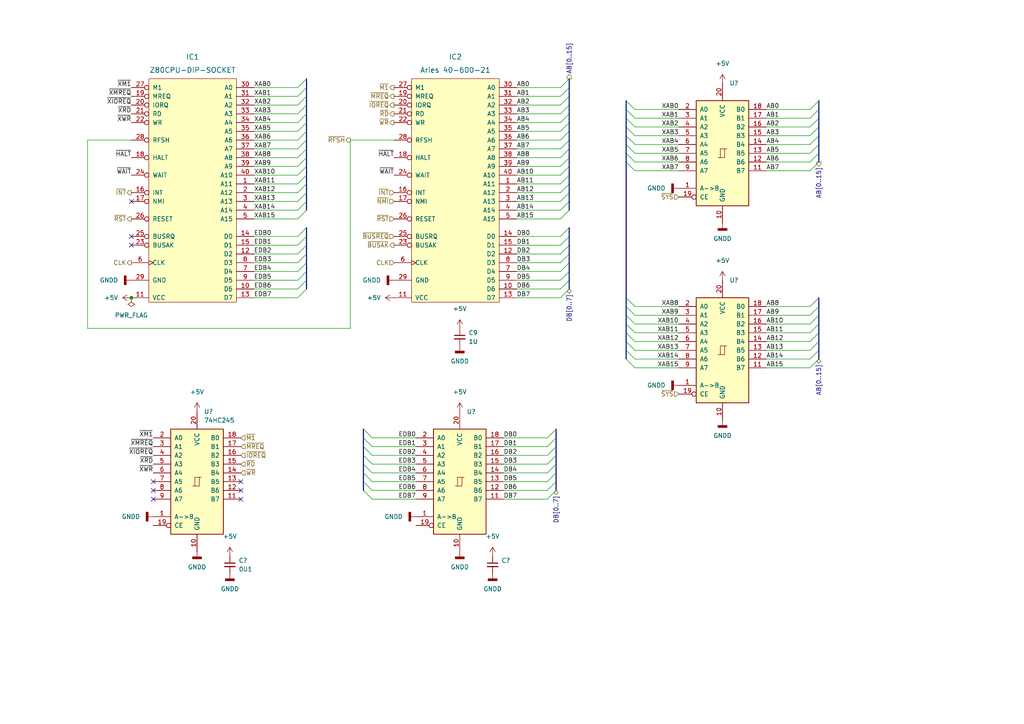
<source format=kicad_sch>
(kicad_sch (version 20211123) (generator eeschema)
  (paper "A4")
  (title_block (title "Z80 CPU INTERPOSER CPU AND PIN CONNECTOR") (date "2022-10-21") (rev "1030211022") (company "LISTOFOPTIONS"))
  (lib_symbols
    (symbol "74xx:74HC245" (pin_names (offset 1.016))
      (property "Reference" "U" (at -7.62 16.51 0))
      (property "Value" "74HC245" (at -7.62 -16.51 0))
      (symbol "74HC245_1_0"
        (polyline (pts (xy -0.635 -1.27) (xy -0.635 1.27) (xy 0.635 1.27)))
        (polyline (pts (xy -1.27 -1.27) (xy 0.635 -1.27) (xy 0.635 1.27) (xy 1.27 1.27)))
        (pin input line (at -12.7 -10.16 0) (length 5.08) (name "A->B") (number "1"))
        (pin power_in line (at 0 -20.32 90) (length 5.08) (name "GND") (number "10"))
        (pin tri_state line (at 12.7 -5.08 180) (length 5.08) (name "B7") (number "11"))
        (pin tri_state line (at 12.7 -2.54 180) (length 5.08) (name "B6") (number "12"))
        (pin tri_state line (at 12.7 0 180) (length 5.08) (name "B5") (number "13"))
        (pin tri_state line (at 12.7 2.54 180) (length 5.08) (name "B4") (number "14"))
        (pin tri_state line (at 12.7 5.08 180) (length 5.08) (name "B3") (number "15"))
        (pin tri_state line (at 12.7 7.62 180) (length 5.08) (name "B2") (number "16"))
        (pin tri_state line (at 12.7 10.16 180) (length 5.08) (name "B1") (number "17"))
        (pin tri_state line (at 12.7 12.7 180) (length 5.08) (name "B0") (number "18"))
        (pin input inverted (at -12.7 -12.7 0) (length 5.08) (name "CE") (number "19"))
        (pin tri_state line (at -12.7 12.7 0) (length 5.08) (name "A0") (number "2"))
        (pin power_in line (at 0 20.32 270) (length 5.08) (name "VCC") (number "20"))
        (pin tri_state line (at -12.7 10.16 0) (length 5.08) (name "A1") (number "3"))
        (pin tri_state line (at -12.7 7.62 0) (length 5.08) (name "A2") (number "4"))
        (pin tri_state line (at -12.7 5.08 0) (length 5.08) (name "A3") (number "5"))
        (pin tri_state line (at -12.7 2.54 0) (length 5.08) (name "A4") (number "6"))
        (pin tri_state line (at -12.7 0 0) (length 5.08) (name "A5") (number "7"))
        (pin tri_state line (at -12.7 -2.54 0) (length 5.08) (name "A6") (number "8"))
        (pin tri_state line (at -12.7 -5.08 0) (length 5.08) (name "A7") (number "9"))
      )
      (symbol "74HC245_1_1"
        (rectangle (start -7.62 15.24) (end 7.62 -15.24) (stroke (width 0.254)) (fill (type background)))
      )
    )
    (symbol "Device:C_Small" (pin_numbers hide) (pin_names (offset 0.254) hide)
      (property "Reference" "C" (at 0.254 1.778 0))
      (property "Value" "C_Small" (at 0.254 -2.032 0))
      (symbol "C_Small_0_1"
        (polyline (pts (xy -1.524 -0.508) (xy 1.524 -0.508)) (stroke (width 0.3302)))
        (polyline (pts (xy -1.524 0.508) (xy 1.524 0.508)) (stroke (width 0.3048)))
      )
      (symbol "C_Small_1_1"
        (pin passive line (at 0 2.54 270) (length 2.032) (name "~") (number "1"))
        (pin passive line (at 0 -2.54 90) (length 2.032) (name "~") (number "2"))
      )
    )
    (symbol "Zilog_Z80:Z80CPU-DIP" (pin_names (offset 1.016))
      (property "Reference" "IC" (at 0 1.27 0))
      (property "Value" "Z80CPU-DIP" (at 12.7 1.27 0))
      (symbol "Z80CPU-DIP_1_0"
        (rectangle (start 0 0) (end 25.4 -64.77) (fill (type background)))
        (pin output line (at 30.48 -30.48 180) (length 5.08) (name "A11") (number "1"))
        (pin bidirectional line (at 30.48 -60.96 180) (length 5.08) (name "D6") (number "10"))
        (pin power_in line (at -5.08 -63.5 0) (length 5.08) (name "VCC") (number "11"))
        (pin bidirectional line (at 30.48 -50.8 180) (length 5.08) (name "D2") (number "12"))
        (pin bidirectional line (at 30.48 -63.5 180) (length 5.08) (name "D7") (number "13"))
        (pin bidirectional line (at 30.48 -45.72 180) (length 5.08) (name "D0") (number "14"))
        (pin bidirectional line (at 30.48 -48.26 180) (length 5.08) (name "D1") (number "15"))
        (pin input inverted (at -5.08 -33.02 0) (length 5.08) (name "INT") (number "16"))
        (pin input inverted (at -5.08 -35.56 0) (length 5.08) (name "NMI") (number "17"))
        (pin output inverted (at -5.08 -22.86 0) (length 5.08) (name "HALT") (number "18"))
        (pin output inverted (at -5.08 -5.08 0) (length 5.08) (name "MREQ") (number "19"))
        (pin output line (at 30.48 -33.02 180) (length 5.08) (name "A12") (number "2"))
        (pin output inverted (at -5.08 -7.62 0) (length 5.08) (name "IORQ") (number "20"))
        (pin output inverted (at -5.08 -10.16 0) (length 5.08) (name "RD") (number "21"))
        (pin output inverted (at -5.08 -12.7 0) (length 5.08) (name "WR") (number "22"))
        (pin output inverted (at -5.08 -48.26 0) (length 5.08) (name "BUSAK") (number "23"))
        (pin input inverted (at -5.08 -27.94 0) (length 5.08) (name "WAIT") (number "24"))
        (pin input inverted (at -5.08 -45.72 0) (length 5.08) (name "BUSRQ") (number "25"))
        (pin input inverted (at -5.08 -40.64 0) (length 5.08) (name "RESET") (number "26"))
        (pin output inverted (at -5.08 -2.54 0) (length 5.08) (name "M1") (number "27"))
        (pin output inverted (at -5.08 -17.78 0) (length 5.08) (name "RFSH") (number "28"))
        (pin power_in line (at -5.08 -58.42 0) (length 5.08) (name "GND") (number "29"))
        (pin output line (at 30.48 -35.56 180) (length 5.08) (name "A13") (number "3"))
        (pin output line (at 30.48 -2.54 180) (length 5.08) (name "A0") (number "30"))
        (pin output line (at 30.48 -5.08 180) (length 5.08) (name "A1") (number "31"))
        (pin output line (at 30.48 -7.62 180) (length 5.08) (name "A2") (number "32"))
        (pin output line (at 30.48 -10.16 180) (length 5.08) (name "A3") (number "33"))
        (pin output line (at 30.48 -12.7 180) (length 5.08) (name "A4") (number "34"))
        (pin output line (at 30.48 -15.24 180) (length 5.08) (name "A5") (number "35"))
        (pin output line (at 30.48 -17.78 180) (length 5.08) (name "A6") (number "36"))
        (pin output line (at 30.48 -20.32 180) (length 5.08) (name "A7") (number "37"))
        (pin output line (at 30.48 -22.86 180) (length 5.08) (name "A8") (number "38"))
        (pin output line (at 30.48 -25.4 180) (length 5.08) (name "A9") (number "39"))
        (pin output line (at 30.48 -38.1 180) (length 5.08) (name "A14") (number "4"))
        (pin output line (at 30.48 -27.94 180) (length 5.08) (name "A10") (number "40"))
        (pin output line (at 30.48 -40.64 180) (length 5.08) (name "A15") (number "5"))
        (pin input clock (at -5.08 -53.34 0) (length 5.08) (name "CLK") (number "6"))
        (pin bidirectional line (at 30.48 -55.88 180) (length 5.08) (name "D4") (number "7"))
        (pin bidirectional line (at 30.48 -53.34 180) (length 5.08) (name "D3") (number "8"))
        (pin bidirectional line (at 30.48 -58.42 180) (length 5.08) (name "D5") (number "9"))
      )
    )
    (symbol "power:+5V" (power) (pin_names (offset 0))
      (property "Value" "+5V" (at 0 3.556 0))
      (symbol "+5V_0_1"
        (polyline (pts (xy -0.762 1.27) (xy 0 2.54)))
        (polyline (pts (xy 0 0) (xy 0 2.54)))
        (polyline (pts (xy 0 2.54) (xy 0.762 1.27)))
      )
      (symbol "+5V_1_1"
        (pin power_in line (at 0 0 90) (length 0) hide (name "+5V") (number "1"))
      )
    )
    (symbol "power:GNDD" (power) (pin_names (offset 0))
      (property "Value" "GNDD" (at 0 -3.175 0))
      (symbol "GNDD_0_1"
        (rectangle (start -1.27 -1.524) (end 1.27 -2.032) (stroke (width 0.254)) (fill (type outline)))
        (polyline (pts (xy 0 0) (xy 0 -1.524)))
      )
      (symbol "GNDD_1_1"
        (pin power_in line (at 0 0 270) (length 0) hide (name "GNDD") (number "1"))
      )
    )
    (symbol "power:PWR_FLAG" (power) (pin_numbers hide) (pin_names (offset 0) hide)
      (property "Value" "PWR_FLAG" (at 0 3.81 0))
      (symbol "PWR_FLAG_0_0"
        (pin power_out line (at 0 0 90) (length 0) (name "pwr") (number "1"))
      )
      (symbol "PWR_FLAG_0_1"
        (polyline (pts (xy 0 0) (xy 0 1.27) (xy -1.016 1.905) (xy 0 2.54) (xy 1.016 1.905) (xy 0 1.27)))
      )
    )
  )
  (junction (at 38.1 86.36))
  (no_connect (at 44.45 139.7))
  (no_connect (at 69.85 144.78))
  (no_connect (at 69.85 139.7))
  (no_connect (at 69.85 142.24))
  (no_connect (at 44.45 142.24))
  (no_connect (at 38.1 71.12))
  (no_connect (at 38.1 68.58))
  (no_connect (at 38.1 58.42))
  (no_connect (at 44.45 144.78))
  (bus_entry (at 88.9 27.94) (size -2.54 2.54))
  (bus_entry (at 181.61 46.99) (size 2.54 2.54))
  (bus_entry (at 181.61 99.06) (size 2.54 2.54))
  (bus_entry (at 165.1 27.94) (size -2.54 2.54))
  (bus_entry (at 165.1 66.04) (size -2.54 2.54))
  (bus_entry (at 237.49 93.98) (size -2.54 2.54))
  (bus_entry (at 88.9 48.26) (size -2.54 2.54))
  (bus_entry (at 105.41 137.16) (size 2.54 2.54))
  (bus_entry (at 88.9 33.02) (size -2.54 2.54))
  (bus_entry (at 88.9 38.1) (size -2.54 2.54))
  (bus_entry (at 105.41 127) (size 2.54 2.54))
  (bus_entry (at 181.61 39.37) (size 2.54 2.54))
  (bus_entry (at 161.29 134.62) (size -2.54 2.54))
  (bus_entry (at 165.1 25.4) (size -2.54 2.54))
  (bus_entry (at 105.41 124.46) (size 2.54 2.54))
  (bus_entry (at 161.29 137.16) (size -2.54 2.54))
  (bus_entry (at 88.9 66.04) (size -2.54 2.54))
  (bus_entry (at 165.1 40.64) (size -2.54 2.54))
  (bus_entry (at 181.61 34.29) (size 2.54 2.54))
  (bus_entry (at 88.9 60.96) (size -2.54 2.54))
  (bus_entry (at 181.61 31.75) (size 2.54 2.54))
  (bus_entry (at 237.49 99.06) (size -2.54 2.54))
  (bus_entry (at 181.61 29.21) (size 2.54 2.54))
  (bus_entry (at 165.1 83.82) (size -2.54 2.54))
  (bus_entry (at 237.49 36.83) (size -2.54 2.54))
  (bus_entry (at 88.9 45.72) (size -2.54 2.54))
  (bus_entry (at 237.49 91.44) (size -2.54 2.54))
  (bus_entry (at 165.1 33.02) (size -2.54 2.54))
  (bus_entry (at 88.9 35.56) (size -2.54 2.54))
  (bus_entry (at 88.9 25.4) (size -2.54 2.54))
  (bus_entry (at 161.29 124.46) (size -2.54 2.54))
  (bus_entry (at 237.49 34.29) (size -2.54 2.54))
  (bus_entry (at 181.61 96.52) (size 2.54 2.54))
  (bus_entry (at 237.49 96.52) (size -2.54 2.54))
  (bus_entry (at 165.1 71.12) (size -2.54 2.54))
  (bus_entry (at 237.49 31.75) (size -2.54 2.54))
  (bus_entry (at 88.9 40.64) (size -2.54 2.54))
  (bus_entry (at 88.9 22.86) (size -2.54 2.54))
  (bus_entry (at 237.49 101.6) (size -2.54 2.54))
  (bus_entry (at 88.9 55.88) (size -2.54 2.54))
  (bus_entry (at 237.49 44.45) (size -2.54 2.54))
  (bus_entry (at 165.1 30.48) (size -2.54 2.54))
  (bus_entry (at 165.1 73.66) (size -2.54 2.54))
  (bus_entry (at 165.1 50.8) (size -2.54 2.54))
  (bus_entry (at 88.9 81.28) (size -2.54 2.54))
  (bus_entry (at 165.1 38.1) (size -2.54 2.54))
  (bus_entry (at 237.49 29.21) (size -2.54 2.54))
  (bus_entry (at 165.1 48.26) (size -2.54 2.54))
  (bus_entry (at 88.9 58.42) (size -2.54 2.54))
  (bus_entry (at 165.1 78.74) (size -2.54 2.54))
  (bus_entry (at 165.1 53.34) (size -2.54 2.54))
  (bus_entry (at 105.41 132.08) (size 2.54 2.54))
  (bus_entry (at 105.41 129.54) (size 2.54 2.54))
  (bus_entry (at 88.9 78.74) (size -2.54 2.54))
  (bus_entry (at 165.1 35.56) (size -2.54 2.54))
  (bus_entry (at 237.49 39.37) (size -2.54 2.54))
  (bus_entry (at 165.1 76.2) (size -2.54 2.54))
  (bus_entry (at 105.41 142.24) (size 2.54 2.54))
  (bus_entry (at 165.1 43.18) (size -2.54 2.54))
  (bus_entry (at 181.61 36.83) (size 2.54 2.54))
  (bus_entry (at 237.49 41.91) (size -2.54 2.54))
  (bus_entry (at 237.49 86.36) (size -2.54 2.54))
  (bus_entry (at 181.61 88.9) (size 2.54 2.54))
  (bus_entry (at 181.61 93.98) (size 2.54 2.54))
  (bus_entry (at 181.61 101.6) (size 2.54 2.54))
  (bus_entry (at 165.1 55.88) (size -2.54 2.54))
  (bus_entry (at 165.1 22.86) (size -2.54 2.54))
  (bus_entry (at 88.9 68.58) (size -2.54 2.54))
  (bus_entry (at 161.29 142.24) (size -2.54 2.54))
  (bus_entry (at 161.29 127) (size -2.54 2.54))
  (bus_entry (at 161.29 139.7) (size -2.54 2.54))
  (bus_entry (at 161.29 129.54) (size -2.54 2.54))
  (bus_entry (at 237.49 88.9) (size -2.54 2.54))
  (bus_entry (at 88.9 76.2) (size -2.54 2.54))
  (bus_entry (at 237.49 104.14) (size -2.54 2.54))
  (bus_entry (at 88.9 43.18) (size -2.54 2.54))
  (bus_entry (at 237.49 46.99) (size -2.54 2.54))
  (bus_entry (at 165.1 81.28) (size -2.54 2.54))
  (bus_entry (at 181.61 44.45) (size 2.54 2.54))
  (bus_entry (at 165.1 58.42) (size -2.54 2.54))
  (bus_entry (at 165.1 60.96) (size -2.54 2.54))
  (bus_entry (at 165.1 45.72) (size -2.54 2.54))
  (bus_entry (at 88.9 53.34) (size -2.54 2.54))
  (bus_entry (at 181.61 86.36) (size 2.54 2.54))
  (bus_entry (at 88.9 73.66) (size -2.54 2.54))
  (bus_entry (at 88.9 83.82) (size -2.54 2.54))
  (bus_entry (at 88.9 50.8) (size -2.54 2.54))
  (bus_entry (at 181.61 104.14) (size 2.54 2.54))
  (bus_entry (at 181.61 91.44) (size 2.54 2.54))
  (bus_entry (at 88.9 30.48) (size -2.54 2.54))
  (bus_entry (at 105.41 139.7) (size 2.54 2.54))
  (bus_entry (at 105.41 134.62) (size 2.54 2.54))
  (bus_entry (at 88.9 71.12) (size -2.54 2.54))
  (bus_entry (at 161.29 132.08) (size -2.54 2.54))
  (bus_entry (at 165.1 68.58) (size -2.54 2.54))
  (bus_entry (at 181.61 41.91) (size 2.54 2.54))
  (bus (pts (xy 165.1 38.1) (xy 165.1 40.64)))
  (bus (pts (xy 165.1 35.56) (xy 165.1 38.1)))
  (wire (pts (xy 149.86 63.5) (xy 162.56 63.5)))
  (wire (pts (xy 149.86 33.02) (xy 162.56 33.02)))
  (bus (pts (xy 161.29 134.62) (xy 161.29 137.16)))
  (bus (pts (xy 237.49 39.37) (xy 237.49 41.91)))
  (wire (pts (xy 222.25 96.52) (xy 234.95 96.52)))
  (bus (pts (xy 88.9 50.8) (xy 88.9 53.34)))
  (bus (pts (xy 88.9 22.86) (xy 88.9 25.4)))
  (wire (pts (xy 73.66 38.1) (xy 86.36 38.1)))
  (bus (pts (xy 165.1 40.64) (xy 165.1 43.18)))
  (wire (pts (xy 73.66 33.02) (xy 86.36 33.02)))
  (bus (pts (xy 161.29 129.54) (xy 161.29 132.08)))
  (bus (pts (xy 88.9 45.72) (xy 88.9 48.26)))
  (wire (pts (xy 73.66 53.34) (xy 86.36 53.34)))
  (wire (pts (xy 73.66 76.2) (xy 86.36 76.2)))
  (wire (pts (xy 196.85 88.9) (xy 184.15 88.9)))
  (wire (pts (xy 196.85 46.99) (xy 184.15 46.99)))
  (bus (pts (xy 88.9 53.34) (xy 88.9 55.88)))
  (wire (pts (xy 146.05 134.62) (xy 158.75 134.62)))
  (bus (pts (xy 237.49 34.29) (xy 237.49 36.83)))
  (bus (pts (xy 181.61 39.37) (xy 181.61 41.91)))
  (wire (pts (xy 222.25 88.9) (xy 234.95 88.9)))
  (wire (pts (xy 73.66 73.66) (xy 86.36 73.66)))
  (wire (pts (xy 73.66 60.96) (xy 86.36 60.96)))
  (bus (pts (xy 237.49 36.83) (xy 237.49 39.37)))
  (wire (pts (xy 149.86 27.94) (xy 162.56 27.94)))
  (wire (pts (xy 73.66 30.48) (xy 86.36 30.48)))
  (wire (pts (xy 149.86 25.4) (xy 162.56 25.4)))
  (bus (pts (xy 181.61 93.98) (xy 181.61 96.52)))
  (bus (pts (xy 165.1 30.48) (xy 165.1 33.02)))
  (bus (pts (xy 181.61 46.99) (xy 181.61 86.36)))
  (wire (pts (xy 149.86 55.88) (xy 162.56 55.88)))
  (bus (pts (xy 237.49 88.9) (xy 237.49 91.44)))
  (wire (pts (xy 73.66 71.12) (xy 86.36 71.12)))
  (wire (pts (xy 73.66 86.36) (xy 86.36 86.36)))
  (bus (pts (xy 165.1 58.42) (xy 165.1 60.96)))
  (wire (pts (xy 149.86 81.28) (xy 162.56 81.28)))
  (wire (pts (xy 222.25 93.98) (xy 234.95 93.98)))
  (wire (pts (xy 149.86 48.26) (xy 162.56 48.26)))
  (bus (pts (xy 165.1 27.94) (xy 165.1 30.48)))
  (bus (pts (xy 237.49 44.45) (xy 237.49 46.99)))
  (bus (pts (xy 88.9 27.94) (xy 88.9 30.48)))
  (bus (pts (xy 88.9 78.74) (xy 88.9 81.28)))
  (wire (pts (xy 222.25 101.6) (xy 234.95 101.6)))
  (wire (pts (xy 222.25 49.53) (xy 234.95 49.53)))
  (bus (pts (xy 105.41 132.08) (xy 105.41 134.62)))
  (bus (pts (xy 105.41 137.16) (xy 105.41 139.7)))
  (wire (pts (xy 120.65 127) (xy 107.95 127)))
  (bus (pts (xy 165.1 53.34) (xy 165.1 55.88)))
  (wire (pts (xy 73.66 63.5) (xy 86.36 63.5)))
  (bus (pts (xy 181.61 29.21) (xy 181.61 31.75)))
  (bus (pts (xy 105.41 127) (xy 105.41 129.54)))
  (wire (pts (xy 73.66 78.74) (xy 86.36 78.74)))
  (wire (pts (xy 149.86 38.1) (xy 162.56 38.1)))
  (wire (pts (xy 73.66 83.82) (xy 86.36 83.82)))
  (wire (pts (xy 196.85 39.37) (xy 184.15 39.37)))
  (wire (pts (xy 196.85 91.44) (xy 184.15 91.44)))
  (bus (pts (xy 165.1 81.28) (xy 165.1 83.82)))
  (wire (pts (xy 196.85 93.98) (xy 184.15 93.98)))
  (wire (pts (xy 222.25 99.06) (xy 234.95 99.06)))
  (wire (pts (xy 120.65 137.16) (xy 107.95 137.16)))
  (bus (pts (xy 105.41 139.7) (xy 105.41 142.24)))
  (wire (pts (xy 73.66 48.26) (xy 86.36 48.26)))
  (wire (pts (xy 25.4 40.64) (xy 25.4 95.25)))
  (wire (pts (xy 196.85 36.83) (xy 184.15 36.83)))
  (bus (pts (xy 165.1 55.88) (xy 165.1 58.42)))
  (bus (pts (xy 237.49 96.52) (xy 237.49 99.06)))
  (wire (pts (xy 149.86 53.34) (xy 162.56 53.34)))
  (wire (pts (xy 149.86 71.12) (xy 162.56 71.12)))
  (bus (pts (xy 165.1 33.02) (xy 165.1 35.56)))
  (wire (pts (xy 149.86 35.56) (xy 162.56 35.56)))
  (wire (pts (xy 120.65 132.08) (xy 107.95 132.08)))
  (wire (pts (xy 146.05 144.78) (xy 158.75 144.78)))
  (wire (pts (xy 73.66 68.58) (xy 86.36 68.58)))
  (wire (pts (xy 73.66 58.42) (xy 86.36 58.42)))
  (bus (pts (xy 88.9 38.1) (xy 88.9 40.64)))
  (bus (pts (xy 181.61 101.6) (xy 181.61 104.14)))
  (bus (pts (xy 88.9 81.28) (xy 88.9 83.82)))
  (wire (pts (xy 149.86 45.72) (xy 162.56 45.72)))
  (bus (pts (xy 105.41 129.54) (xy 105.41 132.08)))
  (bus (pts (xy 88.9 76.2) (xy 88.9 78.74)))
  (bus (pts (xy 88.9 55.88) (xy 88.9 58.42)))
  (bus (pts (xy 165.1 45.72) (xy 165.1 48.26)))
  (bus (pts (xy 88.9 33.02) (xy 88.9 35.56)))
  (wire (pts (xy 73.66 27.94) (xy 86.36 27.94)))
  (bus (pts (xy 88.9 71.12) (xy 88.9 73.66)))
  (wire (pts (xy 120.65 129.54) (xy 107.95 129.54)))
  (wire (pts (xy 149.86 40.64) (xy 162.56 40.64)))
  (bus (pts (xy 165.1 25.4) (xy 165.1 27.94)))
  (wire (pts (xy 222.25 46.99) (xy 234.95 46.99)))
  (bus (pts (xy 88.9 48.26) (xy 88.9 50.8)))
  (wire (pts (xy 196.85 44.45) (xy 184.15 44.45)))
  (wire (pts (xy 146.05 139.7) (xy 158.75 139.7)))
  (wire (pts (xy 73.66 25.4) (xy 86.36 25.4)))
  (bus (pts (xy 237.49 91.44) (xy 237.49 93.98)))
  (bus (pts (xy 181.61 34.29) (xy 181.61 36.83)))
  (bus (pts (xy 161.29 137.16) (xy 161.29 139.7)))
  (wire (pts (xy 73.66 81.28) (xy 86.36 81.28)))
  (wire (pts (xy 196.85 99.06) (xy 184.15 99.06)))
  (wire (pts (xy 25.4 95.25) (xy 101.6 95.25)))
  (bus (pts (xy 181.61 86.36) (xy 181.61 88.9)))
  (bus (pts (xy 165.1 22.86) (xy 165.1 25.4)))
  (bus (pts (xy 165.1 48.26) (xy 165.1 50.8)))
  (bus (pts (xy 165.1 73.66) (xy 165.1 76.2)))
  (bus (pts (xy 181.61 91.44) (xy 181.61 93.98)))
  (bus (pts (xy 181.61 31.75) (xy 181.61 34.29)))
  (bus (pts (xy 181.61 99.06) (xy 181.61 101.6)))
  (bus (pts (xy 88.9 25.4) (xy 88.9 27.94)))
  (wire (pts (xy 196.85 104.14) (xy 184.15 104.14)))
  (bus (pts (xy 237.49 93.98) (xy 237.49 96.52)))
  (bus (pts (xy 88.9 35.56) (xy 88.9 38.1)))
  (wire (pts (xy 149.86 68.58) (xy 162.56 68.58)))
  (wire (pts (xy 196.85 101.6) (xy 184.15 101.6)))
  (wire (pts (xy 222.25 106.68) (xy 234.95 106.68)))
  (wire (pts (xy 73.66 35.56) (xy 86.36 35.56)))
  (wire (pts (xy 222.25 91.44) (xy 234.95 91.44)))
  (bus (pts (xy 165.1 66.04) (xy 165.1 68.58)))
  (bus (pts (xy 237.49 41.91) (xy 237.49 44.45)))
  (wire (pts (xy 73.66 50.8) (xy 86.36 50.8)))
  (bus (pts (xy 181.61 96.52) (xy 181.61 99.06)))
  (bus (pts (xy 165.1 43.18) (xy 165.1 45.72)))
  (bus (pts (xy 88.9 73.66) (xy 88.9 76.2)))
  (wire (pts (xy 149.86 30.48) (xy 162.56 30.48)))
  (wire (pts (xy 101.6 95.25) (xy 101.6 40.64)))
  (bus (pts (xy 88.9 40.64) (xy 88.9 43.18)))
  (wire (pts (xy 196.85 31.75) (xy 184.15 31.75)))
  (bus (pts (xy 88.9 58.42) (xy 88.9 60.96)))
  (wire (pts (xy 73.66 43.18) (xy 86.36 43.18)))
  (bus (pts (xy 88.9 68.58) (xy 88.9 71.12)))
  (bus (pts (xy 237.49 101.6) (xy 237.49 104.14)))
  (wire (pts (xy 222.25 104.14) (xy 234.95 104.14)))
  (wire (pts (xy 196.85 96.52) (xy 184.15 96.52)))
  (wire (pts (xy 149.86 58.42) (xy 162.56 58.42)))
  (wire (pts (xy 222.25 39.37) (xy 234.95 39.37)))
  (bus (pts (xy 105.41 124.46) (xy 105.41 127)))
  (wire (pts (xy 73.66 40.64) (xy 86.36 40.64)))
  (bus (pts (xy 181.61 36.83) (xy 181.61 39.37)))
  (bus (pts (xy 88.9 66.04) (xy 88.9 68.58)))
  (bus (pts (xy 181.61 88.9) (xy 181.61 91.44)))
  (wire (pts (xy 149.86 60.96) (xy 162.56 60.96)))
  (bus (pts (xy 165.1 50.8) (xy 165.1 53.34)))
  (wire (pts (xy 146.05 129.54) (xy 158.75 129.54)))
  (bus (pts (xy 181.61 41.91) (xy 181.61 44.45)))
  (wire (pts (xy 149.86 73.66) (xy 162.56 73.66)))
  (bus (pts (xy 88.9 30.48) (xy 88.9 33.02)))
  (bus (pts (xy 165.1 76.2) (xy 165.1 78.74)))
  (wire (pts (xy 146.05 127) (xy 158.75 127)))
  (bus (pts (xy 165.1 71.12) (xy 165.1 73.66)))
  (bus (pts (xy 161.29 124.46) (xy 161.29 127)))
  (wire (pts (xy 73.66 45.72) (xy 86.36 45.72)))
  (wire (pts (xy 120.65 134.62) (xy 107.95 134.62)))
  (wire (pts (xy 149.86 78.74) (xy 162.56 78.74)))
  (wire (pts (xy 222.25 34.29) (xy 234.95 34.29)))
  (wire (pts (xy 222.25 31.75) (xy 234.95 31.75)))
  (wire (pts (xy 222.25 36.83) (xy 234.95 36.83)))
  (wire (pts (xy 146.05 132.08) (xy 158.75 132.08)))
  (bus (pts (xy 105.41 134.62) (xy 105.41 137.16)))
  (bus (pts (xy 237.49 86.36) (xy 237.49 88.9)))
  (wire (pts (xy 120.65 139.7) (xy 107.95 139.7)))
  (bus (pts (xy 165.1 78.74) (xy 165.1 81.28)))
  (wire (pts (xy 120.65 144.78) (xy 107.95 144.78)))
  (wire (pts (xy 149.86 76.2) (xy 162.56 76.2)))
  (wire (pts (xy 25.4 40.64) (xy 38.1 40.64)))
  (wire (pts (xy 196.85 34.29) (xy 184.15 34.29)))
  (wire (pts (xy 196.85 49.53) (xy 184.15 49.53)))
  (wire (pts (xy 222.25 41.91) (xy 234.95 41.91)))
  (wire (pts (xy 196.85 41.91) (xy 184.15 41.91)))
  (bus (pts (xy 181.61 44.45) (xy 181.61 46.99)))
  (bus (pts (xy 161.29 132.08) (xy 161.29 134.62)))
  (bus (pts (xy 237.49 29.21) (xy 237.49 31.75)))
  (wire (pts (xy 146.05 137.16) (xy 158.75 137.16)))
  (wire (pts (xy 196.85 106.68) (xy 184.15 106.68)))
  (wire (pts (xy 222.25 44.45) (xy 234.95 44.45)))
  (bus (pts (xy 88.9 43.18) (xy 88.9 45.72)))
  (wire (pts (xy 73.66 55.88) (xy 86.36 55.88)))
  (wire (pts (xy 149.86 83.82) (xy 162.56 83.82)))
  (wire (pts (xy 146.05 142.24) (xy 158.75 142.24)))
  (bus (pts (xy 161.29 139.7) (xy 161.29 142.24)))
  (wire (pts (xy 149.86 50.8) (xy 162.56 50.8)))
  (bus (pts (xy 237.49 99.06) (xy 237.49 101.6)))
  (bus (pts (xy 165.1 68.58) (xy 165.1 71.12)))
  (wire (pts (xy 120.65 142.24) (xy 107.95 142.24)))
  (wire (pts (xy 149.86 43.18) (xy 162.56 43.18)))
  (bus (pts (xy 237.49 31.75) (xy 237.49 34.29)))
  (wire (pts (xy 149.86 86.36) (xy 162.56 86.36)))
  (wire (pts (xy 101.6 40.64) (xy 114.3 40.64)))
  (bus (pts (xy 161.29 127) (xy 161.29 129.54)))
  (label "EDB2" (at 120.65 132.08 180))
  (label "EDB7" (at 120.65 144.78 180))
  (label "XAB8" (at 73.66 45.72 0))
  (label "DB3" (at 146.05 134.62 0))
  (label "~{HALT}" (at 114.3 45.72 180))
  (label "AB2" (at 149.86 30.48 0))
  (label "DB3" (at 149.86 76.2 0))
  (label "XAB11" (at 196.85 96.52 180))
  (label "XAB5" (at 73.66 38.1 0))
  (label "XAB3" (at 73.66 33.02 0))
  (label "~{XIOREQ}" (at 38.1 30.48 180))
  (label "~{XRD}" (at 38.1 33.02 180))
  (label "AB0" (at 222.25 31.75 0))
  (label "~{WAIT}" (at 114.3 50.8 180))
  (label "~{WAIT}" (at 38.1 50.8 180))
  (label "AB4" (at 149.86 35.56 0))
  (label "XAB1" (at 196.85 34.29 180))
  (label "XAB7" (at 73.66 43.18 0))
  (label "DB0" (at 146.05 127 0))
  (label "~{XMREQ}" (at 38.1 27.94 180))
  (label "XAB14" (at 73.66 60.96 0))
  (label "AB4" (at 222.25 41.91 0))
  (label "AB13" (at 222.25 101.6 0))
  (label "DB4" (at 149.86 78.74 0))
  (label "AB14" (at 149.86 60.96 0))
  (label "AB12" (at 222.25 99.06 0))
  (label "~{HALT}" (at 38.1 45.72 180))
  (label "XAB2" (at 196.85 36.83 180))
  (label "~{XWR}" (at 38.1 35.56 180))
  (label "AB9" (at 222.25 91.44 0))
  (label "XAB13" (at 73.66 58.42 0))
  (label "XAB13" (at 196.85 101.6 180))
  (label "XAB4" (at 196.85 41.91 180))
  (label "AB1" (at 222.25 34.29 0))
  (label "XAB3" (at 196.85 39.37 180))
  (label "AB6" (at 222.25 46.99 0))
  (label "EDB0" (at 120.65 127 180))
  (label "DB1" (at 149.86 71.12 0))
  (label "DB6" (at 149.86 83.82 0))
  (label "XAB15" (at 196.85 106.68 180))
  (label "XAB8" (at 196.85 88.9 180))
  (label "AB10" (at 222.25 93.98 0))
  (label "EDB3" (at 73.66 76.2 0))
  (label "EDB3" (at 120.65 134.62 180))
  (label "AB15" (at 222.25 106.68 0))
  (label "XAB11" (at 73.66 53.34 0))
  (label "DB1" (at 146.05 129.54 0))
  (label "AB8" (at 149.86 45.72 0))
  (label "~{XMREQ}" (at 44.45 129.54 180))
  (label "AB3" (at 222.25 39.37 0))
  (label "EDB2" (at 73.66 73.66 0))
  (label "XAB1" (at 73.66 27.94 0))
  (label "XAB6" (at 73.66 40.64 0))
  (label "~{XWR}" (at 44.45 137.16 180))
  (label "AB7" (at 222.25 49.53 0))
  (label "AB6" (at 149.86 40.64 0))
  (label "XAB5" (at 196.85 44.45 180))
  (label "XAB9" (at 196.85 91.44 180))
  (label "DB7" (at 149.86 86.36 0))
  (label "XAB6" (at 196.85 46.99 180))
  (label "DB7" (at 146.05 144.78 0))
  (label "DB6" (at 146.05 142.24 0))
  (label "EDB5" (at 73.66 81.28 0))
  (label "AB9" (at 149.86 48.26 0))
  (label "AB5" (at 222.25 44.45 0))
  (label "AB13" (at 149.86 58.42 0))
  (label "XAB12" (at 196.85 99.06 180))
  (label "XAB0" (at 196.85 31.75 180))
  (label "XAB0" (at 73.66 25.4 0))
  (label "AB0" (at 149.86 25.4 0))
  (label "DB0" (at 149.86 68.58 0))
  (label "~{XIOREQ}" (at 44.45 132.08 180))
  (label "XAB15" (at 73.66 63.5 0))
  (label "EDB7" (at 73.66 86.36 0))
  (label "~{XRD}" (at 44.45 134.62 180))
  (label "AB11" (at 149.86 53.34 0))
  (label "DB4" (at 146.05 137.16 0))
  (label "DB2" (at 146.05 132.08 0))
  (label "EDB1" (at 73.66 71.12 0))
  (label "AB10" (at 149.86 50.8 0))
  (label "XAB4" (at 73.66 35.56 0))
  (label "XAB2" (at 73.66 30.48 0))
  (label "XAB10" (at 73.66 50.8 0))
  (label "XAB14" (at 196.85 104.14 180))
  (label "AB3" (at 149.86 33.02 0))
  (label "AB5" (at 149.86 38.1 0))
  (label "DB5" (at 146.05 139.7 0))
  (label "AB7" (at 149.86 43.18 0))
  (label "XAB7" (at 196.85 49.53 180))
  (label "EDB4" (at 120.65 137.16 180))
  (label "AB1" (at 149.86 27.94 0))
  (label "~{XM1}" (at 38.1 25.4 180))
  (label "EDB6" (at 120.65 142.24 180))
  (label "AB11" (at 222.25 96.52 0))
  (label "EDB5" (at 120.65 139.7 180))
  (label "XAB10" (at 196.85 93.98 180))
  (label "DB5" (at 149.86 81.28 0))
  (label "XAB9" (at 73.66 48.26 0))
  (label "EDB1" (at 120.65 129.54 180))
  (label "DB2" (at 149.86 73.66 0))
  (label "XAB12" (at 73.66 55.88 0))
  (label "AB8" (at 222.25 88.9 0))
  (label "EDB4" (at 73.66 78.74 0))
  (label "~{XM1}" (at 44.45 127 180))
  (label "EDB6" (at 73.66 83.82 0))
  (label "AB12" (at 149.86 55.88 0))
  (label "AB2" (at 222.25 36.83 0))
  (label "EDB0" (at 73.66 68.58 0))
  (label "AB14" (at 222.25 104.14 0))
  (label "AB15" (at 149.86 63.5 0))
  (hierarchical_label "~{M1}" (shape input) (at 69.85 127 0))
  (hierarchical_label "~{RD}" (shape output) (at 114.3 33.02 180))
  (hierarchical_label "AB[0..15]" (shape output) (at 165.1 22.86 90))
  (hierarchical_label "~{SYS}" (shape input) (at 196.85 57.15 180))
  (hierarchical_label "~{BUSREQ}" (shape input) (at 114.3 68.58 180))
  (hierarchical_label "~{IOREQ}" (shape input) (at 69.85 132.08 0))
  (hierarchical_label "~{RD}" (shape input) (at 69.85 134.62 0))
  (hierarchical_label "CLK" (shape input) (at 114.3 76.2 180))
  (hierarchical_label "~{RST}" (shape input) (at 114.3 63.5 180))
  (hierarchical_label "AB[0..15]" (shape output) (at 237.49 46.99 270))
  (hierarchical_label "DB[0..7]" (shape bidirectional) (at 161.29 142.24 270))
  (hierarchical_label "~{INT}" (shape output) (at 38.1 55.88 180))
  (hierarchical_label "~{NMI}" (shape input) (at 114.3 58.42 180))
  (hierarchical_label "CLK" (shape output) (at 38.1 76.2 180))
  (hierarchical_label "AB[0..15]" (shape bidirectional) (at 237.49 104.14 270))
  (hierarchical_label "~{MREQ}" (shape input) (at 69.85 129.54 0))
  (hierarchical_label "~{M1}" (shape output) (at 114.3 25.4 180))
  (hierarchical_label "~{SYS}" (shape input) (at 196.85 114.3 180))
  (hierarchical_label "~{MREQ}" (shape output) (at 114.3 27.94 180))
  (hierarchical_label "~{RST}" (shape output) (at 38.1 63.5 180))
  (hierarchical_label "~{WR}" (shape output) (at 114.3 35.56 180))
  (hierarchical_label "~{BUSAK}" (shape output) (at 114.3 71.12 180))
  (hierarchical_label "~{IOREQ}" (shape output) (at 114.3 30.48 180))
  (hierarchical_label "~{WR}" (shape input) (at 69.85 137.16 0))
  (hierarchical_label "DB[0..7]" (shape bidirectional) (at 165.1 83.82 270))
  (hierarchical_label "~{RFSH}" (shape output) (at 101.6 40.64 180))
  (hierarchical_label "~{INT}" (shape input) (at 114.3 55.88 180))
  (symbol (lib_id "power:GNDD") (at 66.675 166.37 0) (unit 1)
    (property "Reference" "#PWR?" (effects hide))
    (property "Value" "GNDD" (at 66.675 170.815 0))
  )
  (symbol (lib_id "power:+5V") (at 114.3 86.36 90) (unit 1)
    (property "Reference" "#PWR063" (effects hide))
    (property "Value" "+5V" (at 110.49 86.3599 90) (effects (justify left)))
  )
  (symbol (lib_id "power:GNDD") (at 133.35 100.33 0) (unit 1)
    (property "Reference" "#PWR065" (effects hide))
    (property "Value" "GNDD" (at 133.35 104.775 0))
  )
  (symbol (lib_id "power:GNDD") (at 196.85 54.61 270) (unit 1)
    (property "Reference" "#PWR?" (effects hide))
  )
  (symbol (lib_id "power:PWR_FLAG") (at 38.1 86.36 180) (unit 1)
    (property "Reference" "#FLG03" (effects hide))
    (property "Value" "PWR_FLAG" (at 38.1 91.44 0))
  )
  (symbol (lib_id "power:+5V") (at 133.35 119.38 0) (unit 1)
    (property "Reference" "#PWR?" (effects hide))
    (property "Value" "+5V" (at 133.35 113.665 0))
  )
  (symbol (lib_id "power:GNDD") (at 114.3 81.28 270) (unit 1)
    (property "Reference" "#PWR062" (effects hide))
    (property "Value" "GNDD" (at 110.49 81.2799 90) (effects (justify right)))
  )
  (symbol (lib_id "power:GNDD") (at 44.45 149.86 270) (unit 1)
    (property "Reference" "#PWR?" (effects hide))
    (property "Value" "GNDD" (at 40.64 149.8599 90) (effects (justify right)))
  )
  (symbol (lib_id "74xx:74HC245") (at 209.55 101.6 0) (unit 1)
    (property "Reference" "U?" (at 211.5694 81.28 0) (effects (justify left)))
    (property "Datasheet" "http://www.ti.com/lit/gpn/sn74HC245" (effects hide))
  )
  (symbol (lib_id "power:GNDD") (at 38.1 81.28 270) (unit 1)
    (property "Reference" "#PWR060" (effects hide))
    (property "Value" "GNDD" (at 34.29 81.2799 90) (effects (justify right)))
  )
  (symbol (lib_id "power:+5V") (at 209.55 24.13 0) (unit 1)
    (property "Reference" "#PWR?" (effects hide))
    (property "Value" "+5V" (at 209.55 18.415 0))
  )
  (symbol (lib_id "Device:C_Small") (at 142.875 163.83 0) (unit 1)
    (property "Reference" "C?" (at 145.415 162.5662 0) (effects (justify left)))
  )
  (symbol (lib_id "power:GNDD") (at 209.55 64.77 0) (unit 1)
    (property "Reference" "#PWR?" (effects hide))
    (property "Value" "GNDD" (at 209.55 69.215 0))
  )
  (symbol (lib_id "74xx:74HC245") (at 133.35 139.7 0) (unit 1)
    (property "Reference" "U?" (at 135.3694 119.38 0) (effects (justify left)))
    (property "Datasheet" "http://www.ti.com/lit/gpn/sn74HC245" (effects hide))
  )
  (symbol (lib_id "power:GNDD") (at 142.875 166.37 0) (unit 1)
    (property "Reference" "#PWR?" (effects hide))
    (property "Value" "GNDD" (at 142.875 170.815 0))
  )
  (symbol (lib_id "power:GNDD") (at 57.15 160.02 0) (unit 1)
    (property "Reference" "#PWR?" (effects hide))
    (property "Value" "GNDD" (at 57.15 164.465 0))
  )
  (symbol (lib_id "power:+5V") (at 57.15 119.38 0) (unit 1)
    (property "Reference" "#PWR?" (effects hide))
    (property "Value" "+5V" (at 57.15 113.665 0))
  )
  (symbol (lib_id "power:GNDD") (at 209.55 121.92 0) (unit 1)
    (property "Reference" "#PWR?" (effects hide))
    (property "Value" "GNDD" (at 209.55 126.365 0))
  )
  (symbol (lib_id "74xx:74HC245") (at 57.15 139.7 0) (unit 1)
    (property "Reference" "U?" (at 59.1694 119.38 0) (effects (justify left)))
    (property "Value" "74HC245" (at 59.1694 121.92 0) (effects (justify left)))
    (property "Datasheet" "http://www.ti.com/lit/gpn/sn74HC245" (effects hide))
  )
  (symbol (lib_id "power:+5V") (at 142.875 161.29 0) (unit 1)
    (property "Reference" "#PWR?" (effects hide))
    (property "Value" "+5V" (at 142.875 155.575 0))
  )
  (symbol (lib_id "power:+5V") (at 66.675 161.29 0) (unit 1)
    (property "Reference" "#PWR?" (effects hide))
    (property "Value" "+5V" (at 66.675 155.575 0))
  )
  (symbol (lib_id "power:GNDD") (at 196.85 111.76 270) (unit 1)
    (property "Reference" "#PWR?" (effects hide))
  )
  (symbol (lib_id "Zilog_Z80:Z80CPU-DIP") (at 43.18 22.86 0) (unit 1)
    (property "Reference" "IC1" (at 55.88 16.51 0) (effects (font (size 1.4986 1.4986))))
    (property "Value" "Z80CPU-DIP-SOCKET" (at 55.88 20.32 0) (effects (font (size 1.4986 1.4986))))
    (property "Footprint" "Package_DIP:DIP-40_W15.24mm_Socket" (effects hide))
    (property "Datasheet" "https://www.mouser.co.uk/datasheet/2/450/ps0178-19386.pdf" (effects hide))
  )
  (symbol (lib_id "Zilog_Z80:Z80CPU-DIP") (at 119.38 22.86 0) (unit 1)
    (property "Reference" "IC2" (at 132.08 16.51 0) (effects (font (size 1.4986 1.4986))))
    (property "Value" "Aries 40-600-21" (at 132.08 20.32 0) (effects (font (size 1.4986 1.4986))))
    (property "Footprint" "Package_DIP:DIP-40_W15.24mm_Socket" (effects hide))
    (property "Datasheet" "https://www.mouser.co.uk/datasheet/2/450/ps0178-19386.pdf" (effects hide))
  )
  (symbol (lib_id "power:GNDD") (at 120.65 149.86 270) (unit 1)
    (property "Reference" "#PWR?" (effects hide))
  )
  (symbol (lib_id "Device:C_Small") (at 133.35 97.79 0) (unit 1)
    (property "Reference" "C9" (at 135.89 96.5262 0) (effects (justify left)))
    (property "Value" "1U" (at 135.89 99.0662 0) (effects (justify left)))
    (property "Footprint" "Capacitor_SMD:C_1206_3216Metric" (effects hide))
  )
  (symbol (lib_id "power:+5V") (at 133.35 95.25 0) (unit 1)
    (property "Reference" "#PWR064" (effects hide))
    (property "Value" "+5V" (at 133.35 89.535 0))
  )
  (symbol (lib_id "power:+5V") (at 38.1 86.36 90) (unit 1)
    (property "Reference" "#PWR061" (effects hide))
    (property "Value" "+5V" (at 34.29 86.3599 90) (effects (justify left)))
  )
  (symbol (lib_id "74xx:74HC245") (at 209.55 44.45 0) (unit 1)
    (property "Reference" "U?" (at 211.5694 24.13 0) (effects (justify left)))
    (property "Datasheet" "http://www.ti.com/lit/gpn/sn74HC245" (effects hide))
  )
  (symbol (lib_id "Device:C_Small") (at 66.675 163.83 0) (unit 1)
    (property "Reference" "C?" (at 69.215 162.5662 0) (effects (justify left)))
    (property "Value" "0U1" (at 69.215 165.1062 0) (effects (justify left)))
    (property "Footprint" "Capacitor_SMD:C_1206_3216Metric" (effects hide))
  )
  (symbol (lib_id "power:+5V") (at 209.55 81.28 0) (unit 1)
    (property "Reference" "#PWR?" (effects hide))
    (property "Value" "+5V" (at 209.55 75.565 0))
  )
  (symbol (lib_id "power:GNDD") (at 133.35 160.02 0) (unit 1)
    (property "Reference" "#PWR?" (effects hide))
    (property "Value" "GNDD" (at 133.35 164.465 0))
  )
)
</source>
